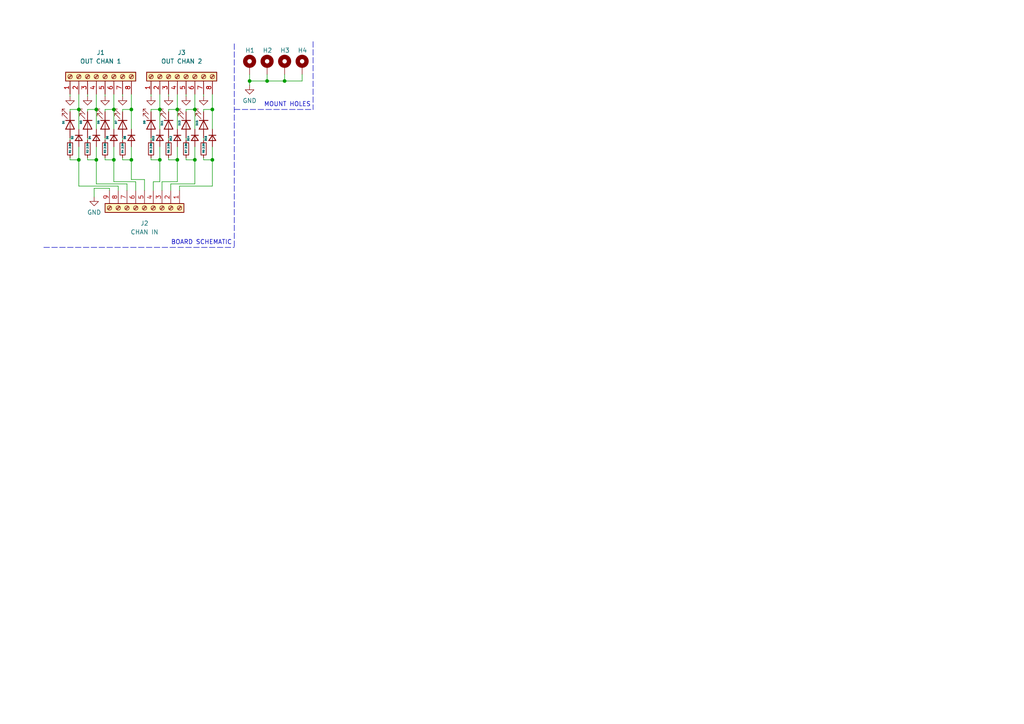
<source format=kicad_sch>
(kicad_sch (version 20211123) (generator eeschema)
  (paper "A4")
  (lib_symbols
    (symbol "Connector:Screw_Terminal_01x08" (pin_names (offset 1.016) hide)
      (property "Reference" "J" (at 0 10.16 0))
      (property "Value" "Screw_Terminal_01x08" (at 0 -12.7 0))
      (symbol "Screw_Terminal_01x08_1_1"
        (rectangle (start -1.27 8.89) (end 1.27 -11.43) (stroke (width 0.254)) (fill (type background)))
        (circle (center 0 -10.16) (radius 0.635) (stroke (width 0.1524)))
        (circle (center 0 -7.62) (radius 0.635) (stroke (width 0.1524)))
        (circle (center 0 -5.08) (radius 0.635) (stroke (width 0.1524)))
        (circle (center 0 -2.54) (radius 0.635) (stroke (width 0.1524)))
        (polyline (pts (xy -0.5334 -9.8298) (xy 0.3302 -10.668)) (stroke (width 0.1524)))
        (polyline (pts (xy -0.5334 -7.2898) (xy 0.3302 -8.128)) (stroke (width 0.1524)))
        (polyline (pts (xy -0.5334 -4.7498) (xy 0.3302 -5.588)) (stroke (width 0.1524)))
        (polyline (pts (xy -0.5334 -2.2098) (xy 0.3302 -3.048)) (stroke (width 0.1524)))
        (polyline (pts (xy -0.5334 0.3302) (xy 0.3302 -0.508)) (stroke (width 0.1524)))
        (polyline (pts (xy -0.5334 2.8702) (xy 0.3302 2.032)) (stroke (width 0.1524)))
        (polyline (pts (xy -0.5334 5.4102) (xy 0.3302 4.572)) (stroke (width 0.1524)))
        (polyline (pts (xy -0.5334 7.9502) (xy 0.3302 7.112)) (stroke (width 0.1524)))
        (polyline (pts (xy -0.3556 -9.652) (xy 0.508 -10.4902)) (stroke (width 0.1524)))
        (polyline (pts (xy -0.3556 -7.112) (xy 0.508 -7.9502)) (stroke (width 0.1524)))
        (polyline (pts (xy -0.3556 -4.572) (xy 0.508 -5.4102)) (stroke (width 0.1524)))
        (polyline (pts (xy -0.3556 -2.032) (xy 0.508 -2.8702)) (stroke (width 0.1524)))
        (polyline (pts (xy -0.3556 0.508) (xy 0.508 -0.3302)) (stroke (width 0.1524)))
        (polyline (pts (xy -0.3556 3.048) (xy 0.508 2.2098)) (stroke (width 0.1524)))
        (polyline (pts (xy -0.3556 5.588) (xy 0.508 4.7498)) (stroke (width 0.1524)))
        (polyline (pts (xy -0.3556 8.128) (xy 0.508 7.2898)) (stroke (width 0.1524)))
        (circle (center 0 0) (radius 0.635) (stroke (width 0.1524)))
        (circle (center 0 2.54) (radius 0.635) (stroke (width 0.1524)))
        (circle (center 0 5.08) (radius 0.635) (stroke (width 0.1524)))
        (circle (center 0 7.62) (radius 0.635) (stroke (width 0.1524)))
        (pin passive line (at -5.08 7.62 0) (length 3.81) (name "Pin_1") (number "1"))
        (pin passive line (at -5.08 5.08 0) (length 3.81) (name "Pin_2") (number "2"))
        (pin passive line (at -5.08 2.54 0) (length 3.81) (name "Pin_3") (number "3"))
        (pin passive line (at -5.08 0 0) (length 3.81) (name "Pin_4") (number "4"))
        (pin passive line (at -5.08 -2.54 0) (length 3.81) (name "Pin_5") (number "5"))
        (pin passive line (at -5.08 -5.08 0) (length 3.81) (name "Pin_6") (number "6"))
        (pin passive line (at -5.08 -7.62 0) (length 3.81) (name "Pin_7") (number "7"))
        (pin passive line (at -5.08 -10.16 0) (length 3.81) (name "Pin_8") (number "8"))
      )
    )
    (symbol "Connector:Screw_Terminal_01x09" (pin_names (offset 1.016) hide)
      (property "Reference" "J" (at 0 12.7 0))
      (property "Value" "Screw_Terminal_01x09" (at 0 -12.7 0))
      (symbol "Screw_Terminal_01x09_1_1"
        (rectangle (start -1.27 11.43) (end 1.27 -11.43) (stroke (width 0.254)) (fill (type background)))
        (circle (center 0 -10.16) (radius 0.635) (stroke (width 0.1524)))
        (circle (center 0 -7.62) (radius 0.635) (stroke (width 0.1524)))
        (circle (center 0 -5.08) (radius 0.635) (stroke (width 0.1524)))
        (circle (center 0 -2.54) (radius 0.635) (stroke (width 0.1524)))
        (polyline (pts (xy -0.5334 -9.8298) (xy 0.3302 -10.668)) (stroke (width 0.1524)))
        (polyline (pts (xy -0.5334 -7.2898) (xy 0.3302 -8.128)) (stroke (width 0.1524)))
        (polyline (pts (xy -0.5334 -4.7498) (xy 0.3302 -5.588)) (stroke (width 0.1524)))
        (polyline (pts (xy -0.5334 -2.2098) (xy 0.3302 -3.048)) (stroke (width 0.1524)))
        (polyline (pts (xy -0.5334 0.3302) (xy 0.3302 -0.508)) (stroke (width 0.1524)))
        (polyline (pts (xy -0.5334 2.8702) (xy 0.3302 2.032)) (stroke (width 0.1524)))
        (polyline (pts (xy -0.5334 5.4102) (xy 0.3302 4.572)) (stroke (width 0.1524)))
        (polyline (pts (xy -0.5334 7.9502) (xy 0.3302 7.112)) (stroke (width 0.1524)))
        (polyline (pts (xy -0.5334 10.4902) (xy 0.3302 9.652)) (stroke (width 0.1524)))
        (polyline (pts (xy -0.3556 -9.652) (xy 0.508 -10.4902)) (stroke (width 0.1524)))
        (polyline (pts (xy -0.3556 -7.112) (xy 0.508 -7.9502)) (stroke (width 0.1524)))
        (polyline (pts (xy -0.3556 -4.572) (xy 0.508 -5.4102)) (stroke (width 0.1524)))
        (polyline (pts (xy -0.3556 -2.032) (xy 0.508 -2.8702)) (stroke (width 0.1524)))
        (polyline (pts (xy -0.3556 0.508) (xy 0.508 -0.3302)) (stroke (width 0.1524)))
        (polyline (pts (xy -0.3556 3.048) (xy 0.508 2.2098)) (stroke (width 0.1524)))
        (polyline (pts (xy -0.3556 5.588) (xy 0.508 4.7498)) (stroke (width 0.1524)))
        (polyline (pts (xy -0.3556 8.128) (xy 0.508 7.2898)) (stroke (width 0.1524)))
        (polyline (pts (xy -0.3556 10.668) (xy 0.508 9.8298)) (stroke (width 0.1524)))
        (circle (center 0 0) (radius 0.635) (stroke (width 0.1524)))
        (circle (center 0 2.54) (radius 0.635) (stroke (width 0.1524)))
        (circle (center 0 5.08) (radius 0.635) (stroke (width 0.1524)))
        (circle (center 0 7.62) (radius 0.635) (stroke (width 0.1524)))
        (circle (center 0 10.16) (radius 0.635) (stroke (width 0.1524)))
        (pin passive line (at -5.08 10.16 0) (length 3.81) (name "Pin_1") (number "1"))
        (pin passive line (at -5.08 7.62 0) (length 3.81) (name "Pin_2") (number "2"))
        (pin passive line (at -5.08 5.08 0) (length 3.81) (name "Pin_3") (number "3"))
        (pin passive line (at -5.08 2.54 0) (length 3.81) (name "Pin_4") (number "4"))
        (pin passive line (at -5.08 0 0) (length 3.81) (name "Pin_5") (number "5"))
        (pin passive line (at -5.08 -2.54 0) (length 3.81) (name "Pin_6") (number "6"))
        (pin passive line (at -5.08 -5.08 0) (length 3.81) (name "Pin_7") (number "7"))
        (pin passive line (at -5.08 -7.62 0) (length 3.81) (name "Pin_8") (number "8"))
        (pin passive line (at -5.08 -10.16 0) (length 3.81) (name "Pin_9") (number "9"))
      )
    )
    (symbol "Device:D_Small" (pin_numbers hide) (pin_names (offset 0.254) hide)
      (property "Reference" "D" (at -1.27 2.032 0))
      (property "Value" "D_Small" (at -3.81 -2.032 0))
      (symbol "D_Small_0_1"
        (polyline (pts (xy -0.762 -1.016) (xy -0.762 1.016)) (stroke (width 0.254)))
        (polyline (pts (xy -0.762 0) (xy 0.762 0)))
        (polyline (pts (xy 0.762 -1.016) (xy -0.762 0) (xy 0.762 1.016) (xy 0.762 -1.016)) (stroke (width 0.254)))
      )
      (symbol "D_Small_1_1"
        (pin passive line (at -2.54 0 0) (length 1.778) (name "K") (number "1"))
        (pin passive line (at 2.54 0 180) (length 1.778) (name "A") (number "2"))
      )
    )
    (symbol "Device:LED" (pin_numbers hide) (pin_names (offset 1.016) hide)
      (property "Reference" "D" (at 0 2.54 0))
      (property "Value" "LED" (at 0 -2.54 0))
      (symbol "LED_0_1"
        (polyline (pts (xy -1.27 -1.27) (xy -1.27 1.27)) (stroke (width 0.254)))
        (polyline (pts (xy -1.27 0) (xy 1.27 0)))
        (polyline (pts (xy 1.27 -1.27) (xy 1.27 1.27) (xy -1.27 0) (xy 1.27 -1.27)) (stroke (width 0.254)))
        (polyline (pts (xy -3.048 -0.762) (xy -4.572 -2.286) (xy -3.81 -2.286) (xy -4.572 -2.286) (xy -4.572 -1.524)))
        (polyline (pts (xy -1.778 -0.762) (xy -3.302 -2.286) (xy -2.54 -2.286) (xy -3.302 -2.286) (xy -3.302 -1.524)))
      )
      (symbol "LED_1_1"
        (pin passive line (at -3.81 0 0) (length 2.54) (name "K") (number "1"))
        (pin passive line (at 3.81 0 180) (length 2.54) (name "A") (number "2"))
      )
    )
    (symbol "Device:R_Small" (pin_numbers hide) (pin_names (offset 0.254) hide)
      (property "Reference" "R" (at 0.762 0.508 0))
      (property "Value" "R_Small" (at 0.762 -1.016 0))
      (symbol "R_Small_0_1"
        (rectangle (start -0.762 1.778) (end 0.762 -1.778) (stroke (width 0.2032)))
      )
      (symbol "R_Small_1_1"
        (pin passive line (at 0 2.54 270) (length 0.762) (name "~") (number "1"))
        (pin passive line (at 0 -2.54 90) (length 0.762) (name "~") (number "2"))
      )
    )
    (symbol "Mechanical:MountingHole_Pad" (pin_numbers hide) (pin_names (offset 1.016) hide)
      (property "Reference" "H" (at 0 6.35 0))
      (property "Value" "MountingHole_Pad" (at 0 4.445 0))
      (symbol "MountingHole_Pad_0_1"
        (circle (center 0 1.27) (radius 1.27) (stroke (width 1.27)))
      )
      (symbol "MountingHole_Pad_1_1"
        (pin input line (at 0 -2.54 90) (length 2.54) (name "1") (number "1"))
      )
    )
    (symbol "power:GND" (power) (pin_names (offset 0))
      (property "Value" "GND" (at 0 -3.81 0))
      (symbol "GND_0_1"
        (polyline (pts (xy 0 0) (xy 0 -1.27) (xy 1.27 -1.27) (xy 0 -2.54) (xy -1.27 -1.27) (xy 0 -1.27)))
      )
      (symbol "GND_1_1"
        (pin power_in line (at 0 0 270) (length 0) hide (name "GND") (number "1"))
      )
    )
  )
  (junction (at 77.47 23.495))
  (junction (at 33.02 46.355))
  (junction (at 51.435 31.75))
  (junction (at 61.595 31.75))
  (junction (at 51.435 46.355))
  (junction (at 27.94 31.75))
  (junction (at 38.1 46.355))
  (junction (at 27.94 46.355))
  (junction (at 46.355 31.75))
  (junction (at 46.355 46.355))
  (junction (at 22.86 46.355))
  (junction (at 56.515 46.355))
  (junction (at 72.39 23.495))
  (junction (at 82.55 23.495))
  (junction (at 22.86 31.75))
  (junction (at 38.1 31.75))
  (junction (at 56.515 31.75))
  (junction (at 33.02 31.75))
  (junction (at 61.595 46.355))
  (wire (pts (xy 56.515 31.75) (xy 56.515 37.465)))
  (wire (pts (xy 43.815 46.355) (xy 46.355 46.355)))
  (wire (pts (xy 22.86 31.75) (xy 22.86 37.465)))
  (wire (pts (xy 20.32 32.385) (xy 20.32 31.75)))
  (wire (pts (xy 31.75 54.61) (xy 31.75 55.245)))
  (wire (pts (xy 35.56 46.355) (xy 38.1 46.355)))
  (wire (pts (xy 30.48 32.385) (xy 30.48 31.75)))
  (wire (pts (xy 22.86 53.975) (xy 34.29 53.975)))
  (wire (pts (xy 34.29 53.975) (xy 34.29 55.245)))
  (wire (pts (xy 51.435 27.305) (xy 51.435 31.75)))
  (wire (pts (xy 43.815 31.75) (xy 46.355 31.75)))
  (wire (pts (xy 35.56 40.64) (xy 35.56 40.005)))
  (wire (pts (xy 59.055 45.72) (xy 59.055 46.355)))
  (wire (pts (xy 33.02 46.355) (xy 33.02 52.705)))
  (wire (pts (xy 53.975 40.64) (xy 53.975 40.005)))
  (wire (pts (xy 20.32 27.305) (xy 20.32 27.94)))
  (wire (pts (xy 30.48 27.305) (xy 30.48 27.94)))
  (wire (pts (xy 61.595 27.305) (xy 61.595 31.75)))
  (wire (pts (xy 48.895 46.355) (xy 51.435 46.355)))
  (polyline (pts (xy 90.805 12.065) (xy 90.805 31.75)))
  (wire (pts (xy 59.055 27.305) (xy 59.055 27.94)))
  (wire (pts (xy 61.595 42.545) (xy 61.595 46.355)))
  (wire (pts (xy 56.515 27.305) (xy 56.515 31.75)))
  (wire (pts (xy 20.32 40.64) (xy 20.32 40.005)))
  (wire (pts (xy 38.1 42.545) (xy 38.1 46.355)))
  (wire (pts (xy 38.1 46.355) (xy 38.1 52.07)))
  (wire (pts (xy 43.815 45.72) (xy 43.815 46.355)))
  (wire (pts (xy 27.94 46.355) (xy 27.94 53.34)))
  (wire (pts (xy 82.55 21.59) (xy 82.55 23.495)))
  (wire (pts (xy 59.055 46.355) (xy 61.595 46.355)))
  (wire (pts (xy 22.86 46.355) (xy 22.86 53.975)))
  (wire (pts (xy 33.02 27.305) (xy 33.02 31.75)))
  (wire (pts (xy 43.815 32.385) (xy 43.815 31.75)))
  (wire (pts (xy 30.48 40.64) (xy 30.48 40.005)))
  (wire (pts (xy 22.86 27.305) (xy 22.86 31.75)))
  (wire (pts (xy 46.355 42.545) (xy 46.355 46.355)))
  (wire (pts (xy 25.4 40.64) (xy 25.4 40.005)))
  (wire (pts (xy 39.37 52.705) (xy 39.37 55.245)))
  (wire (pts (xy 25.4 31.75) (xy 27.94 31.75)))
  (wire (pts (xy 61.595 31.75) (xy 61.595 37.465)))
  (wire (pts (xy 52.07 55.245) (xy 52.07 53.975)))
  (wire (pts (xy 46.355 46.355) (xy 46.355 52.705)))
  (wire (pts (xy 33.02 52.705) (xy 39.37 52.705)))
  (wire (pts (xy 27.305 54.61) (xy 27.305 57.15)))
  (wire (pts (xy 33.02 31.75) (xy 33.02 37.465)))
  (wire (pts (xy 43.815 40.64) (xy 43.815 40.005)))
  (wire (pts (xy 48.895 40.64) (xy 48.895 40.005)))
  (wire (pts (xy 53.975 32.385) (xy 53.975 31.75)))
  (polyline (pts (xy 67.945 12.7) (xy 67.945 71.755)))
  (wire (pts (xy 20.32 45.72) (xy 20.32 46.355)))
  (wire (pts (xy 35.56 31.75) (xy 38.1 31.75)))
  (wire (pts (xy 59.055 32.385) (xy 59.055 31.75)))
  (wire (pts (xy 49.53 53.34) (xy 56.515 53.34)))
  (wire (pts (xy 20.32 46.355) (xy 22.86 46.355)))
  (wire (pts (xy 30.48 46.355) (xy 33.02 46.355)))
  (wire (pts (xy 59.055 40.64) (xy 59.055 40.005)))
  (wire (pts (xy 25.4 45.72) (xy 25.4 46.355)))
  (wire (pts (xy 30.48 45.72) (xy 30.48 46.355)))
  (wire (pts (xy 46.355 27.305) (xy 46.355 31.75)))
  (polyline (pts (xy 67.945 31.75) (xy 90.805 31.75)))
  (wire (pts (xy 41.91 52.07) (xy 41.91 55.245)))
  (wire (pts (xy 38.1 52.07) (xy 41.91 52.07)))
  (wire (pts (xy 25.4 32.385) (xy 25.4 31.75)))
  (wire (pts (xy 87.63 21.59) (xy 87.63 23.495)))
  (wire (pts (xy 53.975 27.305) (xy 53.975 27.94)))
  (wire (pts (xy 48.895 27.305) (xy 48.895 27.94)))
  (wire (pts (xy 51.435 42.545) (xy 51.435 46.355)))
  (wire (pts (xy 46.355 31.75) (xy 46.355 37.465)))
  (wire (pts (xy 61.595 46.355) (xy 61.595 53.975)))
  (wire (pts (xy 77.47 21.59) (xy 77.47 23.495)))
  (wire (pts (xy 33.02 42.545) (xy 33.02 46.355)))
  (wire (pts (xy 48.895 31.75) (xy 51.435 31.75)))
  (wire (pts (xy 44.45 55.245) (xy 44.45 52.705)))
  (wire (pts (xy 72.39 21.59) (xy 72.39 23.495)))
  (wire (pts (xy 22.86 42.545) (xy 22.86 46.355)))
  (wire (pts (xy 52.07 53.975) (xy 61.595 53.975)))
  (wire (pts (xy 48.895 45.72) (xy 48.895 46.355)))
  (wire (pts (xy 53.975 45.72) (xy 53.975 46.355)))
  (wire (pts (xy 49.53 55.245) (xy 49.53 53.34)))
  (wire (pts (xy 27.94 27.305) (xy 27.94 31.75)))
  (polyline (pts (xy 12.7 71.755) (xy 67.945 71.755)))
  (wire (pts (xy 27.94 31.75) (xy 27.94 37.465)))
  (wire (pts (xy 30.48 31.75) (xy 33.02 31.75)))
  (wire (pts (xy 27.94 42.545) (xy 27.94 46.355)))
  (wire (pts (xy 56.515 42.545) (xy 56.515 46.355)))
  (wire (pts (xy 31.75 54.61) (xy 27.305 54.61)))
  (wire (pts (xy 35.56 45.72) (xy 35.56 46.355)))
  (wire (pts (xy 59.055 31.75) (xy 61.595 31.75)))
  (wire (pts (xy 36.83 53.34) (xy 36.83 55.245)))
  (wire (pts (xy 51.435 46.355) (xy 51.435 52.705)))
  (wire (pts (xy 44.45 52.705) (xy 46.355 52.705)))
  (wire (pts (xy 77.47 23.495) (xy 72.39 23.495)))
  (wire (pts (xy 25.4 46.355) (xy 27.94 46.355)))
  (wire (pts (xy 56.515 46.355) (xy 56.515 53.34)))
  (wire (pts (xy 82.55 23.495) (xy 87.63 23.495)))
  (wire (pts (xy 77.47 23.495) (xy 82.55 23.495)))
  (wire (pts (xy 35.56 32.385) (xy 35.56 31.75)))
  (wire (pts (xy 43.815 27.305) (xy 43.815 27.94)))
  (wire (pts (xy 38.1 27.305) (xy 38.1 31.75)))
  (wire (pts (xy 46.99 52.705) (xy 51.435 52.705)))
  (wire (pts (xy 53.975 31.75) (xy 56.515 31.75)))
  (wire (pts (xy 53.975 46.355) (xy 56.515 46.355)))
  (wire (pts (xy 20.32 31.75) (xy 22.86 31.75)))
  (wire (pts (xy 48.895 32.385) (xy 48.895 31.75)))
  (wire (pts (xy 25.4 27.305) (xy 25.4 27.94)))
  (wire (pts (xy 72.39 23.495) (xy 72.39 24.765)))
  (wire (pts (xy 51.435 31.75) (xy 51.435 37.465)))
  (wire (pts (xy 35.56 27.305) (xy 35.56 27.94)))
  (wire (pts (xy 27.94 53.34) (xy 36.83 53.34)))
  (wire (pts (xy 38.1 31.75) (xy 38.1 37.465)))
  (wire (pts (xy 46.99 55.245) (xy 46.99 52.705)))
  (text "BOARD SCHEMATIC" (at 67.31 71.12 180) (effects (font (size 1.27 1.27)) (justify right bottom)))
  (text "MOUNT HOLES" (at 90.17 31.115 180) (effects (font (size 1.27 1.27)) (justify right bottom)))
  (symbol (lib_id "Connector:Screw_Terminal_01x08") (at 51.435 22.225 90) (unit 1)
    (property "Reference" "J3" (at 52.705 15.24 90))
    (property "Value" "OUT CHAN 2" (at 52.705 17.78 90))
    (property "Footprint" "TerminalBlock_Phoenix:TerminalBlock_Phoenix_MPT-0,5-8-2.54_1x08_P2.54mm_Horizontal" (effects hide))
  )
  (symbol (lib_id "Mechanical:MountingHole_Pad") (at 82.55 19.05 0) (unit 1)
    (property "Reference" "H3" (at 81.28 14.605 0) (effects (justify left)))
    (property "Value" "MountingHole_Pad" (effects hide))
    (property "Footprint" "MountingHole:MountingHole_3.2mm_M3_DIN965_Pad_TopBottom" (effects hide))
  )
  (symbol (lib_id "power:GND") (at 25.4 27.94 0) (unit 1)
    (property "Reference" "#PWR0107" (effects hide))
    (property "Value" "GND" (effects hide))
  )
  (symbol (lib_id "Device:R_Small") (at 59.055 43.18 0) (unit 1)
    (property "Reference" "R8" (at 59.055 44.45 90) (effects (font (size 0.5 0.5)) (justify left)))
    (property "Value" "2.9K" (at 59.055 43.18 90) (effects (font (size 0.5 0.5)) (justify left)))
    (property "Footprint" "Resistor_SMD:R_0603_1608Metric" (effects hide))
  )
  (symbol (lib_id "power:GND") (at 35.56 27.94 0) (unit 1)
    (property "Reference" "#PWR0108" (effects hide))
    (property "Value" "GND" (effects hide))
  )
  (symbol (lib_id "power:GND") (at 59.055 27.94 0) (unit 1)
    (property "Reference" "#PWR0113" (effects hide))
    (property "Value" "GND" (effects hide))
  )
  (symbol (lib_id "Connector:Screw_Terminal_01x09") (at 41.91 60.325 270) (unit 1)
    (property "Reference" "J2" (at 41.91 64.77 90))
    (property "Value" "CHAN IN" (at 41.91 67.31 90))
    (property "Footprint" "TerminalBlock_Phoenix:TerminalBlock_Phoenix_MPT-0,5-9-2.54_1x09_P2.54mm_Horizontal" (effects hide))
  )
  (symbol (lib_id "Device:R_Small") (at 30.48 43.18 0) (unit 1)
    (property "Reference" "R3" (at 30.48 44.45 90) (effects (font (size 0.5 0.5)) (justify left)))
    (property "Value" "2.9K" (at 30.48 43.18 90) (effects (font (size 0.5 0.5)) (justify left)))
    (property "Footprint" "Resistor_SMD:R_0603_1608Metric" (effects hide))
  )
  (symbol (lib_id "Device:LED") (at 48.895 36.195 270) (unit 1)
    (property "Reference" "D11" (at 46.99 34.925 0) (effects (font (size 0.5 0.5)) (justify left)))
    (property "Value" "LED" (effects hide))
    (property "Footprint" "LED_SMD:LED_0805_2012Metric" (effects hide))
  )
  (symbol (lib_id "Device:LED") (at 35.56 36.195 270) (unit 1)
    (property "Reference" "D7" (at 33.655 34.925 0) (effects (font (size 0.5 0.5)) (justify left)))
    (property "Value" "LED" (effects hide))
    (property "Footprint" "LED_SMD:LED_0805_2012Metric" (effects hide))
  )
  (symbol (lib_id "power:GND") (at 20.32 27.94 0) (unit 1)
    (property "Reference" "#PWR0106" (effects hide))
    (property "Value" "GND" (effects hide))
  )
  (symbol (lib_id "Device:D_Small") (at 22.86 40.005 270) (unit 1)
    (property "Reference" "D2" (at 20.955 39.37 0) (effects (font (size 0.5 0.5)) (justify left)))
    (property "Value" "D_Small" (effects hide))
    (property "Footprint" "Diode_SMD:D_SMA" (effects hide))
  )
  (symbol (lib_id "Device:LED") (at 59.055 36.195 270) (unit 1)
    (property "Reference" "D15" (at 57.15 34.925 0) (effects (font (size 0.5 0.5)) (justify left)))
    (property "Value" "LED" (effects hide))
    (property "Footprint" "LED_SMD:LED_0805_2012Metric" (effects hide))
  )
  (symbol (lib_id "Device:D_Small") (at 61.595 40.005 270) (unit 1)
    (property "Reference" "D16" (at 59.69 39.37 0) (effects (font (size 0.5 0.5)) (justify left)))
    (property "Value" "D_Small" (effects hide))
    (property "Footprint" "Diode_SMD:D_SMA" (effects hide))
  )
  (symbol (lib_id "Device:D_Small") (at 33.02 40.005 270) (unit 1)
    (property "Reference" "D6" (at 31.115 39.37 0) (effects (font (size 0.5 0.5)) (justify left)))
    (property "Value" "D_Small" (effects hide))
    (property "Footprint" "Diode_SMD:D_SMA" (effects hide))
  )
  (symbol (lib_id "Mechanical:MountingHole_Pad") (at 87.63 19.05 0) (unit 1)
    (property "Reference" "H4" (at 86.36 14.605 0) (effects (justify left)))
    (property "Value" "MountingHole_Pad" (effects hide))
    (property "Footprint" "MountingHole:MountingHole_3.2mm_M3_DIN965_Pad_TopBottom" (effects hide))
  )
  (symbol (lib_id "power:GND") (at 43.815 27.94 0) (unit 1)
    (property "Reference" "#PWR0114" (effects hide))
    (property "Value" "GND" (effects hide))
  )
  (symbol (lib_id "Device:R_Small") (at 35.56 43.18 0) (unit 1)
    (property "Reference" "R4" (at 35.56 44.45 90) (effects (font (size 0.5 0.5)) (justify left)))
    (property "Value" "2.9K" (at 35.56 43.18 90) (effects (font (size 0.5 0.5)) (justify left)))
    (property "Footprint" "Resistor_SMD:R_0603_1608Metric" (effects hide))
  )
  (symbol (lib_id "Device:R_Small") (at 48.895 43.18 0) (unit 1)
    (property "Reference" "R6" (at 48.895 44.45 90) (effects (font (size 0.5 0.5)) (justify left)))
    (property "Value" "2.9K" (at 48.895 43.18 90) (effects (font (size 0.5 0.5)) (justify left)))
    (property "Footprint" "Resistor_SMD:R_0603_1608Metric" (effects hide))
  )
  (symbol (lib_id "Device:D_Small") (at 51.435 40.005 270) (unit 1)
    (property "Reference" "D12" (at 49.53 39.37 0) (effects (font (size 0.5 0.5)) (justify left)))
    (property "Value" "D_Small" (effects hide))
    (property "Footprint" "Diode_SMD:D_SMA" (effects hide))
  )
  (symbol (lib_id "power:GND") (at 30.48 27.94 0) (unit 1)
    (property "Reference" "#PWR0105" (effects hide))
    (property "Value" "GND" (effects hide))
  )
  (symbol (lib_id "Device:LED") (at 30.48 36.195 270) (unit 1)
    (property "Reference" "D5" (at 28.575 34.925 0) (effects (font (size 0.5 0.5)) (justify left)))
    (property "Value" "LED" (effects hide))
    (property "Footprint" "LED_SMD:LED_0805_2012Metric" (effects hide))
  )
  (symbol (lib_id "power:GND") (at 48.895 27.94 0) (unit 1)
    (property "Reference" "#PWR0115" (effects hide))
    (property "Value" "GND" (effects hide))
  )
  (symbol (lib_id "power:GND") (at 27.305 57.15 0) (unit 1)
    (property "Reference" "#PWR01" (effects hide))
    (property "Value" "GND" (at 27.305 61.595 0))
  )
  (symbol (lib_id "Device:D_Small") (at 56.515 40.005 270) (unit 1)
    (property "Reference" "D14" (at 54.61 39.37 0) (effects (font (size 0.5 0.5)) (justify left)))
    (property "Value" "D_Small" (effects hide))
    (property "Footprint" "Diode_SMD:D_SMA" (effects hide))
  )
  (symbol (lib_id "power:GND") (at 53.975 27.94 0) (unit 1)
    (property "Reference" "#PWR0116" (effects hide))
    (property "Value" "GND" (effects hide))
  )
  (symbol (lib_id "Device:R_Small") (at 43.815 43.18 0) (unit 1)
    (property "Reference" "R5" (at 43.815 44.45 90) (effects (font (size 0.5 0.5)) (justify left)))
    (property "Value" "2.9K" (at 43.815 43.18 90) (effects (font (size 0.5 0.5)) (justify left)))
    (property "Footprint" "Resistor_SMD:R_0603_1608Metric" (effects hide))
  )
  (symbol (lib_id "Mechanical:MountingHole_Pad") (at 72.39 19.05 0) (unit 1)
    (property "Reference" "H1" (at 71.12 14.605 0) (effects (justify left)))
    (property "Value" "MountingHole_Pad" (effects hide))
    (property "Footprint" "MountingHole:MountingHole_3.2mm_M3_DIN965_Pad_TopBottom" (effects hide))
  )
  (symbol (lib_id "Device:R_Small") (at 25.4 43.18 0) (unit 1)
    (property "Reference" "R2" (at 25.4 44.45 90) (effects (font (size 0.5 0.5)) (justify left)))
    (property "Value" "2.9K" (at 25.4 43.18 90) (effects (font (size 0.5 0.5)) (justify left)))
    (property "Footprint" "Resistor_SMD:R_0603_1608Metric" (effects hide))
  )
  (symbol (lib_id "power:GND") (at 72.39 24.765 0) (unit 1)
    (property "Reference" "#PWR0117" (effects hide))
    (property "Value" "GND" (at 72.39 29.21 0))
  )
  (symbol (lib_id "Device:R_Small") (at 53.975 43.18 0) (unit 1)
    (property "Reference" "R7" (at 53.975 44.45 90) (effects (font (size 0.5 0.5)) (justify left)))
    (property "Value" "2.9K" (at 53.975 43.18 90) (effects (font (size 0.5 0.5)) (justify left)))
    (property "Footprint" "Resistor_SMD:R_0603_1608Metric" (effects hide))
  )
  (symbol (lib_id "Connector:Screw_Terminal_01x08") (at 27.94 22.225 90) (unit 1)
    (property "Reference" "J1" (at 29.21 15.24 90))
    (property "Value" "OUT CHAN 1" (at 29.21 17.78 90))
    (property "Footprint" "TerminalBlock_Phoenix:TerminalBlock_Phoenix_MPT-0,5-8-2.54_1x08_P2.54mm_Horizontal" (effects hide))
  )
  (symbol (lib_id "Device:D_Small") (at 38.1 40.005 270) (unit 1)
    (property "Reference" "D8" (at 36.195 39.37 0) (effects (font (size 0.5 0.5)) (justify left)))
    (property "Value" "D_Small" (effects hide))
    (property "Footprint" "Diode_SMD:D_SMA" (effects hide))
  )
  (symbol (lib_id "Device:LED") (at 25.4 36.195 270) (unit 1)
    (property "Reference" "D3" (at 23.495 34.925 0) (effects (font (size 0.5 0.5)) (justify left)))
    (property "Value" "LED" (effects hide))
    (property "Footprint" "LED_SMD:LED_0805_2012Metric" (effects hide))
  )
  (symbol (lib_id "Device:LED") (at 20.32 36.195 270) (unit 1)
    (property "Reference" "D1" (at 18.415 34.925 0) (effects (font (size 0.5 0.5)) (justify left)))
    (property "Value" "LED" (effects hide))
    (property "Footprint" "LED_SMD:LED_0805_2012Metric" (effects hide))
  )
  (symbol (lib_id "Mechanical:MountingHole_Pad") (at 77.47 19.05 0) (unit 1)
    (property "Reference" "H2" (at 76.2 14.605 0) (effects (justify left)))
    (property "Value" "MountingHole_Pad" (effects hide))
    (property "Footprint" "MountingHole:MountingHole_3.2mm_M3_DIN965_Pad_TopBottom" (effects hide))
  )
  (symbol (lib_id "Device:D_Small") (at 27.94 40.005 270) (unit 1)
    (property "Reference" "D4" (at 26.035 39.37 0) (effects (font (size 0.5 0.5)) (justify left)))
    (property "Value" "D_Small" (effects hide))
    (property "Footprint" "Diode_SMD:D_SMA" (effects hide))
  )
  (symbol (lib_id "Device:R_Small") (at 20.32 43.18 0) (unit 1)
    (property "Reference" "R1" (at 20.32 44.45 90) (effects (font (size 0.5 0.5)) (justify left)))
    (property "Value" "2.9K" (at 20.32 43.18 90) (effects (font (size 0.5 0.5)) (justify left)))
    (property "Footprint" "Resistor_SMD:R_0603_1608Metric" (effects hide))
  )
  (symbol (lib_id "Device:D_Small") (at 46.355 40.005 270) (unit 1)
    (property "Reference" "D10" (at 44.45 39.37 0) (effects (font (size 0.5 0.5)) (justify left)))
    (property "Value" "D_Small" (effects hide))
    (property "Footprint" "Diode_SMD:D_SMA" (effects hide))
  )
  (symbol (lib_id "Device:LED") (at 53.975 36.195 270) (unit 1)
    (property "Reference" "D13" (at 52.07 34.925 0) (effects (font (size 0.5 0.5)) (justify left)))
    (property "Value" "LED" (effects hide))
    (property "Footprint" "LED_SMD:LED_0805_2012Metric" (effects hide))
  )
  (symbol (lib_id "Device:LED") (at 43.815 36.195 270) (unit 1)
    (property "Reference" "D9" (at 41.91 34.925 0) (effects (font (size 0.5 0.5)) (justify left)))
    (property "Value" "LED" (effects hide))
    (property "Footprint" "LED_SMD:LED_0805_2012Metric" (effects hide))
  )
)
</source>
